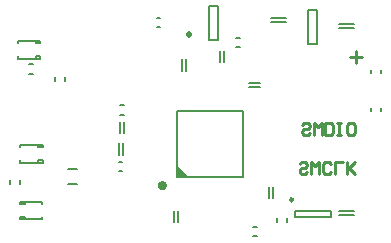
<source format=gbo>
G04 Layer_Color=11599871*
%FSLAX44Y44*%
%MOMM*%
G71*
G01*
G75*
%ADD16C,0.2540*%
%ADD17C,0.5000*%
%ADD33C,0.1270*%
%ADD34C,0.2000*%
%ADD54C,0.2500*%
%ADD55C,0.3810*%
%ADD56C,0.1524*%
G36*
X203560Y62560D02*
X193560D01*
Y72560D01*
X203560Y62560D01*
D02*
G37*
D16*
X305665Y99669D02*
X303998Y98003D01*
X300666D01*
X299000Y99669D01*
Y101335D01*
X300666Y103002D01*
X303998D01*
X305665Y104668D01*
Y106334D01*
X303998Y108000D01*
X300666D01*
X299000Y106334D01*
X308997Y98003D02*
Y108000D01*
X312329Y104668D01*
X315661Y108000D01*
Y98003D01*
X318994D02*
Y108000D01*
X323992D01*
X325658Y106334D01*
Y99669D01*
X323992Y98003D01*
X318994D01*
X328990D02*
X332323D01*
X330657D01*
Y108000D01*
X328990D01*
X332323D01*
X342319Y98003D02*
X338987D01*
X337321Y99669D01*
Y106334D01*
X338987Y108000D01*
X342319D01*
X343985Y106334D01*
Y99669D01*
X342319Y98003D01*
X303664Y66669D02*
X301998Y65003D01*
X298666D01*
X297000Y66669D01*
Y68335D01*
X298666Y70002D01*
X301998D01*
X303664Y71668D01*
Y73334D01*
X301998Y75000D01*
X298666D01*
X297000Y73334D01*
X306997Y65003D02*
Y75000D01*
X310329Y71668D01*
X313661Y75000D01*
Y65003D01*
X323658Y66669D02*
X321992Y65003D01*
X318660D01*
X316994Y66669D01*
Y73334D01*
X318660Y75000D01*
X321992D01*
X323658Y73334D01*
X326990Y65003D02*
Y75000D01*
X333655D01*
X336987Y65003D02*
Y75000D01*
Y71668D01*
X343652Y65003D01*
X338653Y70002D01*
X343652Y75000D01*
X344498Y159000D02*
Y168997D01*
X349496Y163998D02*
X339499D01*
D17*
X203298Y182905D02*
X203250Y182952D01*
X203298Y183000D01*
X203345Y182952D01*
X203298Y182905D01*
D33*
X101190Y56650D02*
X108810D01*
X101190Y69350D02*
X108810D01*
X257976Y11936D02*
X261024D01*
X257976Y20064D02*
X261024D01*
X304190Y174500D02*
X311810D01*
Y203500D01*
X304190D02*
X311810D01*
X304190Y174500D02*
Y203500D01*
X277936Y24476D02*
Y27524D01*
X286064Y24476D02*
Y27524D01*
X357936Y149976D02*
Y153024D01*
X366064Y149976D02*
Y153024D01*
X144976Y123064D02*
X148024D01*
X144976Y114936D02*
X148024D01*
X143976Y75064D02*
X147024D01*
X143976Y66936D02*
X147024D01*
X67976Y149436D02*
X71024D01*
X67976Y157564D02*
X71024D01*
X60064Y56476D02*
Y59524D01*
X51936Y56476D02*
Y59524D01*
X89936Y143476D02*
Y146524D01*
X98064Y143476D02*
Y146524D01*
X357936Y117976D02*
Y121024D01*
X366064Y117976D02*
Y121024D01*
X220690Y178000D02*
Y207000D01*
X228310D01*
Y178000D02*
Y207000D01*
X220690Y178000D02*
X228310D01*
X243476Y171936D02*
X246524D01*
X243476Y180064D02*
X246524D01*
X175976Y188936D02*
X179024D01*
X175976Y197064D02*
X179024D01*
X200778Y152238D02*
Y161762D01*
X197222Y152238D02*
Y161762D01*
X229722Y159238D02*
Y168762D01*
X233278Y159238D02*
Y168762D01*
X254238Y141778D02*
X263762D01*
X254238Y138222D02*
X263762D01*
X274778Y44238D02*
Y53762D01*
X271222Y44238D02*
Y53762D01*
X194278Y24238D02*
Y33762D01*
X190722Y24238D02*
Y33762D01*
X144722Y99238D02*
Y108762D01*
X148278Y99238D02*
Y108762D01*
X144222Y81238D02*
Y90762D01*
X147778Y81238D02*
Y90762D01*
X330488Y30504D02*
X343512D01*
X330488Y33496D02*
X343512D01*
X330488Y191496D02*
X343512D01*
X330488Y188504D02*
X343512D01*
X272488Y196496D02*
X285512D01*
X272488Y193504D02*
X285512D01*
D34*
X293000Y28500D02*
X324000D01*
X293000Y33500D02*
X324000D01*
Y28500D02*
Y33500D01*
X293000Y28500D02*
Y33500D01*
X79500Y87500D02*
Y89500D01*
X60500Y87500D02*
Y89500D01*
X79500Y74500D02*
Y76500D01*
X60500Y74500D02*
Y76500D01*
Y89500D02*
X79500D01*
X60500Y74500D02*
X79500D01*
X75500Y76500D02*
X79500D01*
X75500Y74500D02*
Y76500D01*
Y87500D02*
Y89500D01*
Y87500D02*
X79500D01*
X77500Y175500D02*
Y177500D01*
X58500Y175500D02*
Y177500D01*
X77500Y162500D02*
Y164500D01*
X58500Y162500D02*
Y164500D01*
Y177500D02*
X77500D01*
X58500Y162500D02*
X77500D01*
X73500Y164500D02*
X77500D01*
X73500Y162500D02*
Y164500D01*
Y175500D02*
Y177500D01*
Y175500D02*
X77500D01*
X60250Y26500D02*
Y28500D01*
X79250Y26500D02*
Y28500D01*
X60250Y39500D02*
Y41500D01*
X79250Y39500D02*
Y41500D01*
X60250Y26500D02*
X79250D01*
X60250Y41500D02*
X79250D01*
X60250Y39500D02*
X64250D01*
Y41500D01*
Y26500D02*
Y28500D01*
X60250D02*
X64250D01*
D54*
X291500Y43000D02*
G03*
X291500Y43000I-1250J0D01*
G01*
D55*
X182765Y54940D02*
G03*
X182765Y54940I-1905J0D01*
G01*
D56*
X193560Y62560D02*
Y118440D01*
X249440Y62560D02*
Y118440D01*
X193560Y62560D02*
X249440D01*
X193560Y118440D02*
X249440D01*
M02*

</source>
